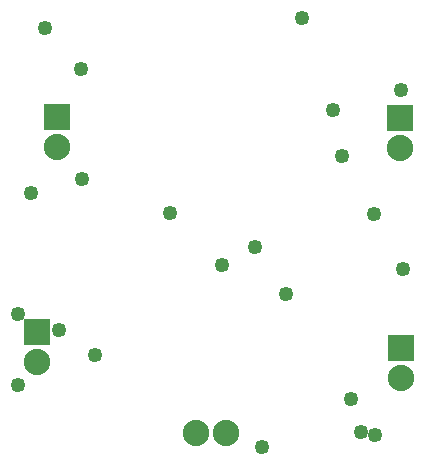
<source format=gbs>
G04 MADE WITH FRITZING*
G04 WWW.FRITZING.ORG*
G04 DOUBLE SIDED*
G04 HOLES PLATED*
G04 CONTOUR ON CENTER OF CONTOUR VECTOR*
%ASAXBY*%
%FSLAX23Y23*%
%MOIN*%
%OFA0B0*%
%SFA1.0B1.0*%
%ADD10C,0.088000*%
%ADD11C,0.049370*%
%ADD12R,0.088000X0.088000*%
%LNMASK0*%
G90*
G70*
G54D10*
X1334Y1216D03*
X1334Y1116D03*
X1336Y448D03*
X1336Y348D03*
X190Y1218D03*
X190Y1118D03*
X122Y503D03*
X122Y403D03*
G54D11*
X1336Y1311D03*
X1170Y278D03*
X1246Y896D03*
X873Y121D03*
X1248Y158D03*
X104Y966D03*
X58Y327D03*
X197Y508D03*
X315Y425D03*
X149Y1517D03*
X1108Y1242D03*
X269Y1378D03*
X272Y1014D03*
X1138Y1091D03*
X1007Y1548D03*
X59Y563D03*
G54D10*
X754Y167D03*
X654Y167D03*
G54D11*
X849Y785D03*
X741Y725D03*
X566Y901D03*
X953Y628D03*
X1343Y712D03*
X1202Y169D03*
G54D12*
X1334Y1216D03*
X1336Y448D03*
X190Y1218D03*
X122Y503D03*
G04 End of Mask0*
M02*
</source>
